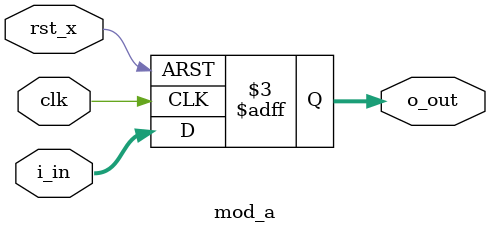
<source format=v>

module mod_a (
  input        clk,
  input        rst_x,
  input  [31:0] i_in,
  output reg [31:0] o_out
);

always @(posedge clk or negedge rst_x) begin
  if (~rst_x) o_out <= 32'h0;
  else o_out <= i_in;
end

endmodule

</source>
